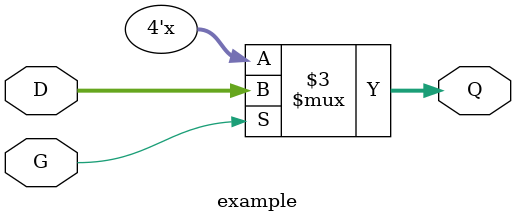
<source format=v>
module example (G, D, Q);

    input             G;
    input       [3:0] D;
    output reg  [3:0] Q;

    always @(G or D)
    begin
        if (G)
            Q = D;
    end

endmodule

</source>
